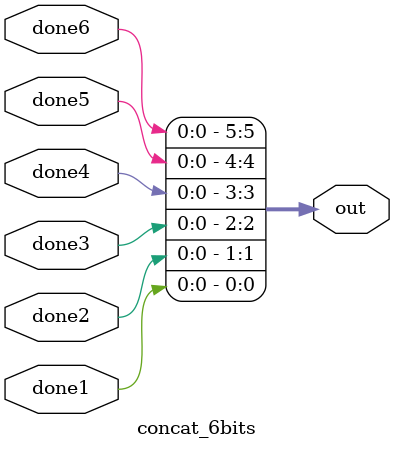
<source format=sv>
`timescale 1ns / 1ps


module concat_6bits (
    input logic done1,  
    input logic done2,  // entran las señales done de los registros para
    input logic done3,  //concatenarlas
    input logic done4,  
    input logic done5,  
    input logic done6,  
    output logic [5:0] out  // Salida de 6 bits
);

    always_comb begin
        out = {done6, done5, done4, done3, done2, done1};  //concatena las señales
    end

endmodule


</source>
